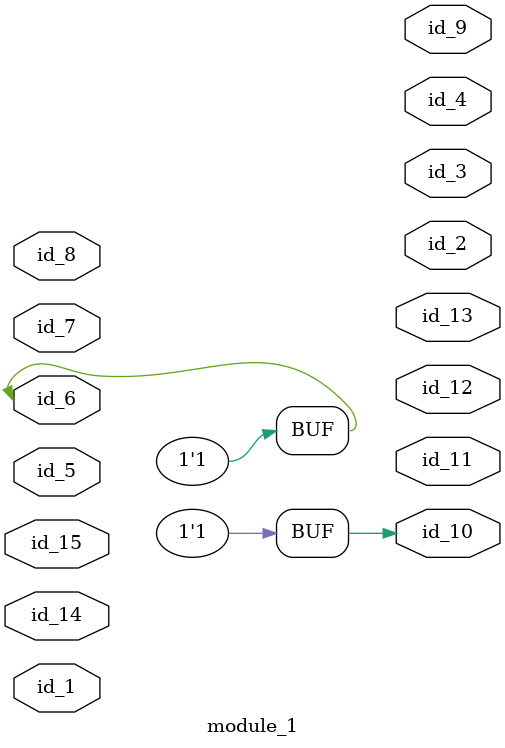
<source format=v>
module module_0;
  assign id_1.id_1 = 1;
  assign id_1 = 1'b0;
endmodule
module module_1 (
    id_1,
    id_2,
    id_3,
    id_4,
    id_5,
    id_6,
    id_7,
    id_8,
    id_9,
    id_10,
    id_11,
    id_12,
    id_13,
    id_14,
    id_15
);
  inout wire id_15;
  input wire id_14;
  output wire id_13;
  output wire id_12;
  output wire id_11;
  output wire id_10;
  output wire id_9;
  input wire id_8;
  inout wire id_7;
  inout wire id_6;
  inout wire id_5;
  output wire id_4;
  output wire id_3;
  output wire id_2;
  input wire id_1;
  always id_6 <= 1;
  or primCall (id_10, id_14, id_15, id_16, id_5, id_6, id_7, id_8);
  wire id_16;
  module_0 modCall_1 ();
  wire id_17;
  wire id_18;
endmodule

</source>
